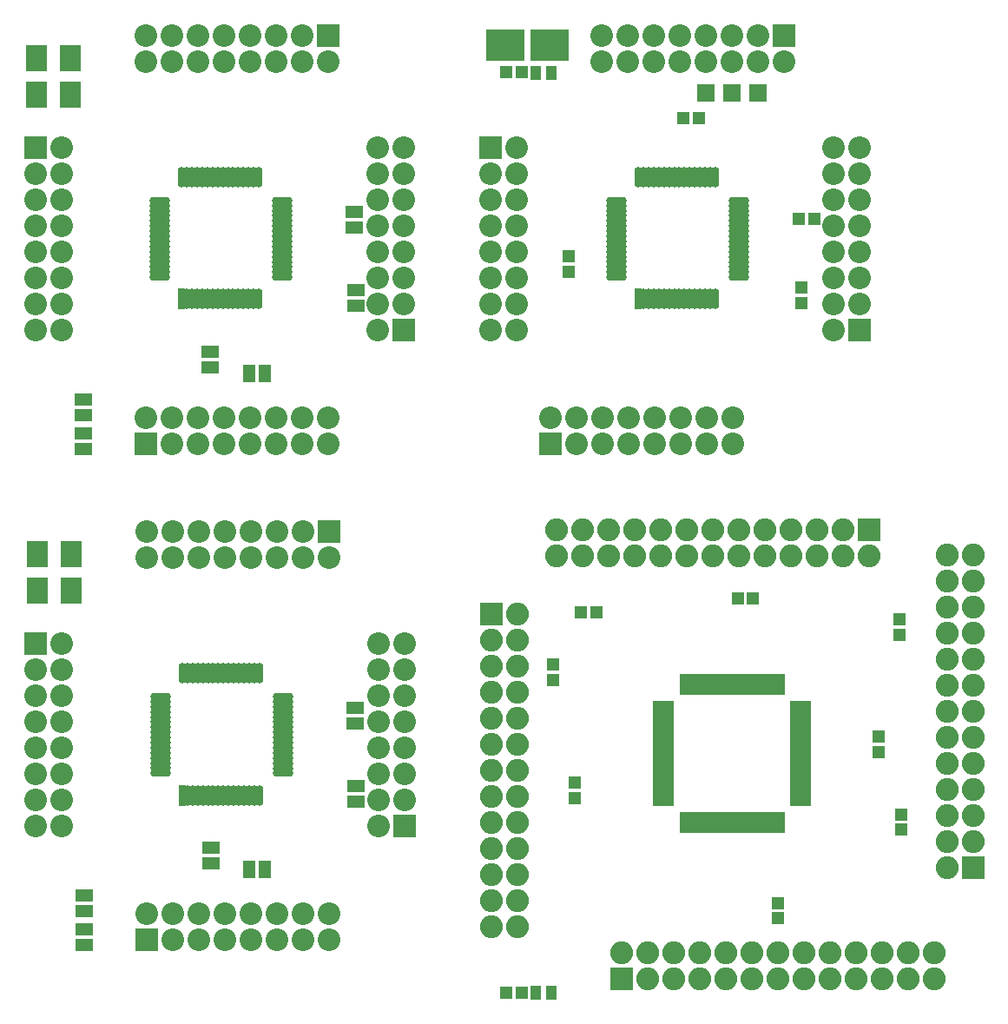
<source format=gts>
G04 #@! TF.FileFunction,Soldermask,Top*
%FSLAX46Y46*%
G04 Gerber Fmt 4.6, Leading zero omitted, Abs format (unit mm)*
G04 Created by KiCad (PCBNEW 4.0.5+dfsg1-4) date Mon Jun 11 22:34:57 2018*
%MOMM*%
%LPD*%
G01*
G04 APERTURE LIST*
%ADD10C,0.150000*%
%ADD11R,2.208000X2.208000*%
%ADD12O,2.208000X2.208000*%
%ADD13R,0.756920X2.032000*%
%ADD14O,0.756920X2.032000*%
%ADD15O,2.032000X0.756920*%
%ADD16R,2.032000X2.540000*%
%ADD17R,1.651000X1.143000*%
%ADD18R,1.143000X1.651000*%
%ADD19R,1.308000X1.308000*%
%ADD20R,1.008000X1.408000*%
%ADD21R,1.308000X1.258000*%
%ADD22R,1.258000X1.308000*%
%ADD23R,3.708000X3.008000*%
%ADD24R,1.808000X1.808000*%
%ADD25R,1.305560X1.305560*%
%ADD26R,0.708000X2.008000*%
%ADD27R,2.008000X0.708000*%
%ADD28R,2.235200X2.235200*%
%ADD29O,2.235200X2.235200*%
G04 APERTURE END LIST*
D10*
D11*
X112318800Y-98526600D03*
D12*
X114858800Y-98526600D03*
X112318800Y-101066600D03*
X114858800Y-101066600D03*
X112318800Y-103606600D03*
X114858800Y-103606600D03*
X112318800Y-106146600D03*
X114858800Y-106146600D03*
X112318800Y-108686600D03*
X114858800Y-108686600D03*
X112318800Y-111226600D03*
X114858800Y-111226600D03*
X112318800Y-113766600D03*
X114858800Y-113766600D03*
X112318800Y-116306600D03*
X114858800Y-116306600D03*
D11*
X123113800Y-127355600D03*
D12*
X123113800Y-124815600D03*
X125653800Y-127355600D03*
X125653800Y-124815600D03*
X128193800Y-127355600D03*
X128193800Y-124815600D03*
X130733800Y-127355600D03*
X130733800Y-124815600D03*
X133273800Y-127355600D03*
X133273800Y-124815600D03*
X135813800Y-127355600D03*
X135813800Y-124815600D03*
X138353800Y-127355600D03*
X138353800Y-124815600D03*
X140893800Y-127355600D03*
X140893800Y-124815600D03*
D11*
X148259800Y-116306600D03*
D12*
X145719800Y-116306600D03*
X148259800Y-113766600D03*
X145719800Y-113766600D03*
X148259800Y-111226600D03*
X145719800Y-111226600D03*
X148259800Y-108686600D03*
X145719800Y-108686600D03*
X148259800Y-106146600D03*
X145719800Y-106146600D03*
X148259800Y-103606600D03*
X145719800Y-103606600D03*
X148259800Y-101066600D03*
X145719800Y-101066600D03*
X148259800Y-98526600D03*
X145719800Y-98526600D03*
D11*
X140893800Y-87604600D03*
D12*
X140893800Y-90144600D03*
X138353800Y-87604600D03*
X138353800Y-90144600D03*
X135813800Y-87604600D03*
X135813800Y-90144600D03*
X133273800Y-87604600D03*
X133273800Y-90144600D03*
X130733800Y-87604600D03*
X130733800Y-90144600D03*
X128193800Y-87604600D03*
X128193800Y-90144600D03*
X125653800Y-87604600D03*
X125653800Y-90144600D03*
X123113800Y-87604600D03*
X123113800Y-90144600D03*
D13*
X126603760Y-113286540D03*
D14*
X127104140Y-113286540D03*
X127604520Y-113286540D03*
X128104900Y-113286540D03*
X128605280Y-113286540D03*
X129103120Y-113286540D03*
X129603500Y-113286540D03*
X130103880Y-113286540D03*
X130604260Y-113286540D03*
X131104640Y-113286540D03*
X131605020Y-113286540D03*
X132102860Y-113286540D03*
X132603240Y-113286540D03*
X133103620Y-113286540D03*
X133604000Y-113286540D03*
X134104380Y-113286540D03*
D15*
X136385300Y-111165640D03*
X136385300Y-110665260D03*
X136385300Y-110164880D03*
X136385300Y-109664500D03*
X136385300Y-109164120D03*
X136385300Y-108666280D03*
X136385300Y-108165900D03*
X136385300Y-107665520D03*
X136385300Y-107165140D03*
X136385300Y-106664760D03*
X136385300Y-106164380D03*
X136385300Y-105666540D03*
X136385300Y-105166160D03*
X136385300Y-104665780D03*
X136385300Y-104165400D03*
X136385300Y-103665020D03*
D14*
X134104380Y-101384100D03*
X133604000Y-101384100D03*
X133103620Y-101384100D03*
X132603240Y-101384100D03*
X132102860Y-101384100D03*
X131605020Y-101384100D03*
X131104640Y-101384100D03*
X130604260Y-101384100D03*
X130103880Y-101384100D03*
X129603500Y-101384100D03*
X129103120Y-101384100D03*
X128605280Y-101384100D03*
X128104900Y-101384100D03*
X127604520Y-101384100D03*
X127104140Y-101384100D03*
X126603760Y-101384100D03*
D15*
X124482860Y-103665020D03*
X124482860Y-104165400D03*
X124482860Y-105166160D03*
X124465080Y-104665780D03*
X124482860Y-105666540D03*
X124482860Y-106164380D03*
X124482860Y-106664760D03*
X124482860Y-107165140D03*
X124482860Y-107665520D03*
X124482860Y-108165900D03*
X124482860Y-108658660D03*
X124482860Y-109159040D03*
X124482860Y-109659420D03*
X124482860Y-110159800D03*
X124482860Y-110657640D03*
X124482860Y-111158020D03*
D16*
X115747800Y-89763600D03*
X112445800Y-89763600D03*
X112445800Y-93319600D03*
X115747800Y-93319600D03*
D17*
X117017800Y-124625100D03*
X117017800Y-123101100D03*
X129400300Y-118402100D03*
X129400300Y-119926100D03*
D18*
X134670800Y-120561100D03*
X133146800Y-120561100D03*
D17*
X143433800Y-104749600D03*
X143433800Y-106273600D03*
X117017800Y-127863600D03*
X117017800Y-126339600D03*
X143560800Y-113893600D03*
X143560800Y-112369600D03*
D11*
X162496500Y-78994000D03*
D12*
X162496500Y-76454000D03*
X165036500Y-78994000D03*
X165036500Y-76454000D03*
X167576500Y-78994000D03*
X167576500Y-76454000D03*
X170116500Y-78994000D03*
X170116500Y-76454000D03*
X172656500Y-78994000D03*
X172656500Y-76454000D03*
X175196500Y-78994000D03*
X175196500Y-76454000D03*
X177736500Y-78994000D03*
X177736500Y-76454000D03*
X180276500Y-78994000D03*
X180276500Y-76454000D03*
D13*
X171066460Y-64924940D03*
D14*
X171566840Y-64924940D03*
X172067220Y-64924940D03*
X172567600Y-64924940D03*
X173067980Y-64924940D03*
X173565820Y-64924940D03*
X174066200Y-64924940D03*
X174566580Y-64924940D03*
X175066960Y-64924940D03*
X175567340Y-64924940D03*
X176067720Y-64924940D03*
X176565560Y-64924940D03*
X177065940Y-64924940D03*
X177566320Y-64924940D03*
X178066700Y-64924940D03*
X178567080Y-64924940D03*
D15*
X180848000Y-62804040D03*
X180848000Y-62303660D03*
X180848000Y-61803280D03*
X180848000Y-61302900D03*
X180848000Y-60802520D03*
X180848000Y-60304680D03*
X180848000Y-59804300D03*
X180848000Y-59303920D03*
X180848000Y-58803540D03*
X180848000Y-58303160D03*
X180848000Y-57802780D03*
X180848000Y-57304940D03*
X180848000Y-56804560D03*
X180848000Y-56304180D03*
X180848000Y-55803800D03*
X180848000Y-55303420D03*
D14*
X178567080Y-53022500D03*
X178066700Y-53022500D03*
X177566320Y-53022500D03*
X177065940Y-53022500D03*
X176565560Y-53022500D03*
X176067720Y-53022500D03*
X175567340Y-53022500D03*
X175066960Y-53022500D03*
X174566580Y-53022500D03*
X174066200Y-53022500D03*
X173565820Y-53022500D03*
X173067980Y-53022500D03*
X172567600Y-53022500D03*
X172067220Y-53022500D03*
X171566840Y-53022500D03*
X171066460Y-53022500D03*
D15*
X168945560Y-55303420D03*
X168945560Y-55803800D03*
X168945560Y-56804560D03*
X168927780Y-56304180D03*
X168945560Y-57304940D03*
X168945560Y-57802780D03*
X168945560Y-58303160D03*
X168945560Y-58803540D03*
X168945560Y-59303920D03*
X168945560Y-59804300D03*
X168945560Y-60297060D03*
X168945560Y-60797440D03*
X168945560Y-61297820D03*
X168945560Y-61798200D03*
X168945560Y-62296040D03*
X168945560Y-62796420D03*
D17*
X143510000Y-65532000D03*
X143510000Y-64008000D03*
X116967000Y-79502000D03*
X116967000Y-77978000D03*
X143383000Y-56388000D03*
X143383000Y-57912000D03*
D18*
X134620000Y-72199500D03*
X133096000Y-72199500D03*
D17*
X129349500Y-70040500D03*
X129349500Y-71564500D03*
X116967000Y-76263500D03*
X116967000Y-74739500D03*
D16*
X112395000Y-44958000D03*
X115697000Y-44958000D03*
X115697000Y-41402000D03*
X112395000Y-41402000D03*
D13*
X126552960Y-64924940D03*
D14*
X127053340Y-64924940D03*
X127553720Y-64924940D03*
X128054100Y-64924940D03*
X128554480Y-64924940D03*
X129052320Y-64924940D03*
X129552700Y-64924940D03*
X130053080Y-64924940D03*
X130553460Y-64924940D03*
X131053840Y-64924940D03*
X131554220Y-64924940D03*
X132052060Y-64924940D03*
X132552440Y-64924940D03*
X133052820Y-64924940D03*
X133553200Y-64924940D03*
X134053580Y-64924940D03*
D15*
X136334500Y-62804040D03*
X136334500Y-62303660D03*
X136334500Y-61803280D03*
X136334500Y-61302900D03*
X136334500Y-60802520D03*
X136334500Y-60304680D03*
X136334500Y-59804300D03*
X136334500Y-59303920D03*
X136334500Y-58803540D03*
X136334500Y-58303160D03*
X136334500Y-57802780D03*
X136334500Y-57304940D03*
X136334500Y-56804560D03*
X136334500Y-56304180D03*
X136334500Y-55803800D03*
X136334500Y-55303420D03*
D14*
X134053580Y-53022500D03*
X133553200Y-53022500D03*
X133052820Y-53022500D03*
X132552440Y-53022500D03*
X132052060Y-53022500D03*
X131554220Y-53022500D03*
X131053840Y-53022500D03*
X130553460Y-53022500D03*
X130053080Y-53022500D03*
X129552700Y-53022500D03*
X129052320Y-53022500D03*
X128554480Y-53022500D03*
X128054100Y-53022500D03*
X127553720Y-53022500D03*
X127053340Y-53022500D03*
X126552960Y-53022500D03*
D15*
X124432060Y-55303420D03*
X124432060Y-55803800D03*
X124432060Y-56804560D03*
X124414280Y-56304180D03*
X124432060Y-57304940D03*
X124432060Y-57802780D03*
X124432060Y-58303160D03*
X124432060Y-58803540D03*
X124432060Y-59303920D03*
X124432060Y-59804300D03*
X124432060Y-60297060D03*
X124432060Y-60797440D03*
X124432060Y-61297820D03*
X124432060Y-61798200D03*
X124432060Y-62296040D03*
X124432060Y-62796420D03*
D19*
X159740500Y-42799000D03*
X158140500Y-42799000D03*
D20*
X161048000Y-42862500D03*
X162548000Y-42862500D03*
D21*
X175462500Y-47307500D03*
X176962500Y-47307500D03*
D22*
X164274500Y-60781500D03*
X164274500Y-62281500D03*
D21*
X188202000Y-57086500D03*
X186702000Y-57086500D03*
D23*
X158124000Y-40132000D03*
X162424000Y-40132000D03*
D22*
X187007500Y-63829500D03*
X187007500Y-65329500D03*
D24*
X177673000Y-44831000D03*
X180213000Y-44831000D03*
X182753000Y-44831000D03*
D11*
X156654500Y-50165000D03*
D12*
X159194500Y-50165000D03*
X156654500Y-52705000D03*
X159194500Y-52705000D03*
X156654500Y-55245000D03*
X159194500Y-55245000D03*
X156654500Y-57785000D03*
X159194500Y-57785000D03*
X156654500Y-60325000D03*
X159194500Y-60325000D03*
X156654500Y-62865000D03*
X159194500Y-62865000D03*
X156654500Y-65405000D03*
X159194500Y-65405000D03*
X156654500Y-67945000D03*
X159194500Y-67945000D03*
D11*
X185293000Y-39243000D03*
D12*
X185293000Y-41783000D03*
X182753000Y-39243000D03*
X182753000Y-41783000D03*
X180213000Y-39243000D03*
X180213000Y-41783000D03*
X177673000Y-39243000D03*
X177673000Y-41783000D03*
X175133000Y-39243000D03*
X175133000Y-41783000D03*
X172593000Y-39243000D03*
X172593000Y-41783000D03*
X170053000Y-39243000D03*
X170053000Y-41783000D03*
X167513000Y-39243000D03*
X167513000Y-41783000D03*
D11*
X192659000Y-67945000D03*
D12*
X190119000Y-67945000D03*
X192659000Y-65405000D03*
X190119000Y-65405000D03*
X192659000Y-62865000D03*
X190119000Y-62865000D03*
X192659000Y-60325000D03*
X190119000Y-60325000D03*
X192659000Y-57785000D03*
X190119000Y-57785000D03*
X192659000Y-55245000D03*
X190119000Y-55245000D03*
X192659000Y-52705000D03*
X190119000Y-52705000D03*
X192659000Y-50165000D03*
X190119000Y-50165000D03*
D11*
X140843000Y-39243000D03*
D12*
X140843000Y-41783000D03*
X138303000Y-39243000D03*
X138303000Y-41783000D03*
X135763000Y-39243000D03*
X135763000Y-41783000D03*
X133223000Y-39243000D03*
X133223000Y-41783000D03*
X130683000Y-39243000D03*
X130683000Y-41783000D03*
X128143000Y-39243000D03*
X128143000Y-41783000D03*
X125603000Y-39243000D03*
X125603000Y-41783000D03*
X123063000Y-39243000D03*
X123063000Y-41783000D03*
D11*
X148209000Y-67945000D03*
D12*
X145669000Y-67945000D03*
X148209000Y-65405000D03*
X145669000Y-65405000D03*
X148209000Y-62865000D03*
X145669000Y-62865000D03*
X148209000Y-60325000D03*
X145669000Y-60325000D03*
X148209000Y-57785000D03*
X145669000Y-57785000D03*
X148209000Y-55245000D03*
X145669000Y-55245000D03*
X148209000Y-52705000D03*
X145669000Y-52705000D03*
X148209000Y-50165000D03*
X145669000Y-50165000D03*
D11*
X123063000Y-78994000D03*
D12*
X123063000Y-76454000D03*
X125603000Y-78994000D03*
X125603000Y-76454000D03*
X128143000Y-78994000D03*
X128143000Y-76454000D03*
X130683000Y-78994000D03*
X130683000Y-76454000D03*
X133223000Y-78994000D03*
X133223000Y-76454000D03*
X135763000Y-78994000D03*
X135763000Y-76454000D03*
X138303000Y-78994000D03*
X138303000Y-76454000D03*
X140843000Y-78994000D03*
X140843000Y-76454000D03*
D11*
X112268000Y-50165000D03*
D12*
X114808000Y-50165000D03*
X112268000Y-52705000D03*
X114808000Y-52705000D03*
X112268000Y-55245000D03*
X114808000Y-55245000D03*
X112268000Y-57785000D03*
X114808000Y-57785000D03*
X112268000Y-60325000D03*
X114808000Y-60325000D03*
X112268000Y-62865000D03*
X114808000Y-62865000D03*
X112268000Y-65405000D03*
X114808000Y-65405000D03*
X112268000Y-67945000D03*
X114808000Y-67945000D03*
D22*
X196697600Y-116650200D03*
X196697600Y-115150200D03*
D25*
X159702500Y-132511800D03*
X158203900Y-132511800D03*
D20*
X161098800Y-132511800D03*
X162598800Y-132511800D03*
D26*
X175413000Y-115920000D03*
X175813000Y-115920000D03*
X176213000Y-115920000D03*
X176613000Y-115920000D03*
X177013000Y-115920000D03*
X177413000Y-115920000D03*
X177813000Y-115920000D03*
X178213000Y-115920000D03*
X178613000Y-115920000D03*
X179013000Y-115920000D03*
X179413000Y-115920000D03*
X179813000Y-115920000D03*
X180213000Y-115920000D03*
X180613000Y-115920000D03*
X181013000Y-115920000D03*
X181413000Y-115920000D03*
X181813000Y-115920000D03*
X182213000Y-115920000D03*
X182613000Y-115920000D03*
X183013000Y-115920000D03*
X183413000Y-115920000D03*
X183813000Y-115920000D03*
X184213000Y-115920000D03*
X184613000Y-115920000D03*
X185013000Y-115920000D03*
D27*
X186913000Y-114020000D03*
X186913000Y-113620000D03*
X186913000Y-113220000D03*
X186913000Y-112820000D03*
X186913000Y-112420000D03*
X186913000Y-112020000D03*
X186913000Y-111620000D03*
X186913000Y-111220000D03*
X186913000Y-110820000D03*
X186913000Y-110420000D03*
X186913000Y-110020000D03*
X186913000Y-109620000D03*
X186913000Y-109220000D03*
X186913000Y-108820000D03*
X186913000Y-108420000D03*
X186913000Y-108020000D03*
X186913000Y-107620000D03*
X186913000Y-107220000D03*
X186913000Y-106820000D03*
X186913000Y-106420000D03*
X186913000Y-106020000D03*
X186913000Y-105620000D03*
X186913000Y-105220000D03*
X186913000Y-104820000D03*
X186913000Y-104420000D03*
D26*
X185013000Y-102520000D03*
X184613000Y-102520000D03*
X184213000Y-102520000D03*
X183813000Y-102520000D03*
X183413000Y-102520000D03*
X183013000Y-102520000D03*
X182613000Y-102520000D03*
X182213000Y-102520000D03*
X181813000Y-102520000D03*
X181413000Y-102520000D03*
X181013000Y-102520000D03*
X180613000Y-102520000D03*
X180213000Y-102520000D03*
X179813000Y-102520000D03*
X179413000Y-102520000D03*
X179013000Y-102520000D03*
X178613000Y-102520000D03*
X178213000Y-102520000D03*
X177813000Y-102520000D03*
X177413000Y-102520000D03*
X177013000Y-102520000D03*
X176613000Y-102520000D03*
X176213000Y-102520000D03*
X175813000Y-102520000D03*
X175413000Y-102520000D03*
D27*
X173513000Y-104420000D03*
X173513000Y-104820000D03*
X173513000Y-105220000D03*
X173513000Y-105620000D03*
X173513000Y-106020000D03*
X173513000Y-106420000D03*
X173513000Y-106820000D03*
X173513000Y-107220000D03*
X173513000Y-107620000D03*
X173513000Y-108020000D03*
X173513000Y-108420000D03*
X173513000Y-108820000D03*
X173513000Y-109220000D03*
X173513000Y-109620000D03*
X173513000Y-110020000D03*
X173513000Y-110420000D03*
X173513000Y-110820000D03*
X173513000Y-111220000D03*
X173513000Y-111620000D03*
X173513000Y-112020000D03*
X173513000Y-112420000D03*
X173513000Y-112820000D03*
X173513000Y-113220000D03*
X173513000Y-113620000D03*
X173513000Y-114020000D03*
D22*
X162763200Y-100570600D03*
X162763200Y-102070600D03*
D21*
X166967600Y-95427800D03*
X165467600Y-95427800D03*
X182258400Y-94107000D03*
X180758400Y-94107000D03*
D22*
X164896800Y-113551400D03*
X164896800Y-112051400D03*
X196494400Y-96151000D03*
X196494400Y-97651000D03*
X194513200Y-107581000D03*
X194513200Y-109081000D03*
X184658000Y-123786200D03*
X184658000Y-125286200D03*
D28*
X169418000Y-131191000D03*
D29*
X169418000Y-128651000D03*
X171958000Y-131191000D03*
X171958000Y-128651000D03*
X174498000Y-131191000D03*
X174498000Y-128651000D03*
X177038000Y-131191000D03*
X177038000Y-128651000D03*
X179578000Y-131191000D03*
X179578000Y-128651000D03*
X182118000Y-131191000D03*
X182118000Y-128651000D03*
X184658000Y-131191000D03*
X184658000Y-128651000D03*
X187198000Y-131191000D03*
X187198000Y-128651000D03*
X189738000Y-131191000D03*
X189738000Y-128651000D03*
X192278000Y-131191000D03*
X192278000Y-128651000D03*
X194818000Y-131191000D03*
X194818000Y-128651000D03*
X197358000Y-131191000D03*
X197358000Y-128651000D03*
X199898000Y-131191000D03*
X199898000Y-128651000D03*
D28*
X203708000Y-120370600D03*
D29*
X201168000Y-120370600D03*
X203708000Y-117830600D03*
X201168000Y-117830600D03*
X203708000Y-115290600D03*
X201168000Y-115290600D03*
X203708000Y-112750600D03*
X201168000Y-112750600D03*
X203708000Y-110210600D03*
X201168000Y-110210600D03*
X203708000Y-107670600D03*
X201168000Y-107670600D03*
X203708000Y-105130600D03*
X201168000Y-105130600D03*
X203708000Y-102590600D03*
X201168000Y-102590600D03*
X203708000Y-100050600D03*
X201168000Y-100050600D03*
X203708000Y-97510600D03*
X201168000Y-97510600D03*
X203708000Y-94970600D03*
X201168000Y-94970600D03*
X203708000Y-92430600D03*
X201168000Y-92430600D03*
X203708000Y-89890600D03*
X201168000Y-89890600D03*
D28*
X193548000Y-87376000D03*
D29*
X193548000Y-89916000D03*
X191008000Y-87376000D03*
X191008000Y-89916000D03*
X188468000Y-87376000D03*
X188468000Y-89916000D03*
X185928000Y-87376000D03*
X185928000Y-89916000D03*
X183388000Y-87376000D03*
X183388000Y-89916000D03*
X180848000Y-87376000D03*
X180848000Y-89916000D03*
X178308000Y-87376000D03*
X178308000Y-89916000D03*
X175768000Y-87376000D03*
X175768000Y-89916000D03*
X173228000Y-87376000D03*
X173228000Y-89916000D03*
X170688000Y-87376000D03*
X170688000Y-89916000D03*
X168148000Y-87376000D03*
X168148000Y-89916000D03*
X165608000Y-87376000D03*
X165608000Y-89916000D03*
X163068000Y-87376000D03*
X163068000Y-89916000D03*
D28*
X156718000Y-95631000D03*
D29*
X159258000Y-95631000D03*
X156718000Y-98171000D03*
X159258000Y-98171000D03*
X156718000Y-100711000D03*
X159258000Y-100711000D03*
X156718000Y-103251000D03*
X159258000Y-103251000D03*
X156718000Y-105791000D03*
X159258000Y-105791000D03*
X156718000Y-108331000D03*
X159258000Y-108331000D03*
X156718000Y-110871000D03*
X159258000Y-110871000D03*
X156718000Y-113411000D03*
X159258000Y-113411000D03*
X156718000Y-115951000D03*
X159258000Y-115951000D03*
X156718000Y-118491000D03*
X159258000Y-118491000D03*
X156718000Y-121031000D03*
X159258000Y-121031000D03*
X156718000Y-123571000D03*
X159258000Y-123571000D03*
X156718000Y-126111000D03*
X159258000Y-126111000D03*
M02*

</source>
